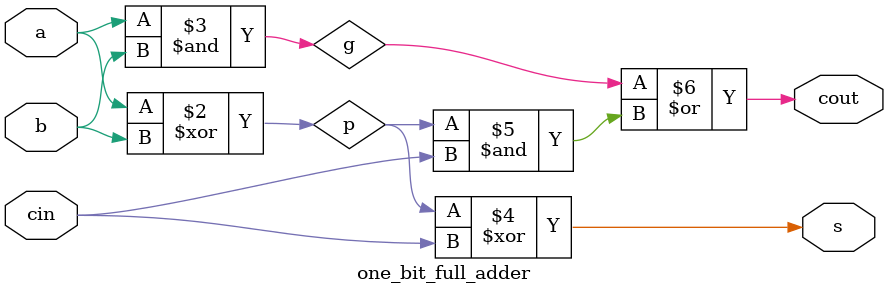
<source format=sv>
`timescale 1ns / 1ps


module one_bit_full_adder(
    input logic a, b, cin,
    output logic s,cout
    );
    
    logic p, g; 
    always_comb
        begin
            p = a ^ b ;
            g = a & b;
            s = p ^ cin;
            
            cout = g | (p & cin);
         end

endmodule

</source>
